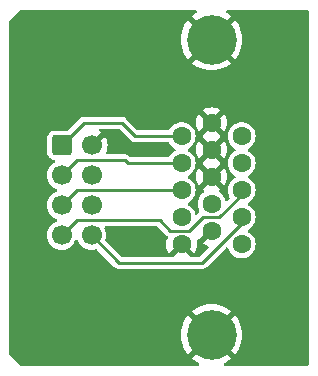
<source format=gbr>
%TF.GenerationSoftware,KiCad,Pcbnew,7.0.6*%
%TF.CreationDate,2023-09-09T11:26:50-04:00*%
%TF.ProjectId,AppleVGA-Connector,4170706c-6556-4474-912d-436f6e6e6563,A*%
%TF.SameCoordinates,Original*%
%TF.FileFunction,Copper,L1,Top*%
%TF.FilePolarity,Positive*%
%FSLAX46Y46*%
G04 Gerber Fmt 4.6, Leading zero omitted, Abs format (unit mm)*
G04 Created by KiCad (PCBNEW 7.0.6) date 2023-09-09 11:26:50*
%MOMM*%
%LPD*%
G01*
G04 APERTURE LIST*
G04 Aperture macros list*
%AMRoundRect*
0 Rectangle with rounded corners*
0 $1 Rounding radius*
0 $2 $3 $4 $5 $6 $7 $8 $9 X,Y pos of 4 corners*
0 Add a 4 corners polygon primitive as box body*
4,1,4,$2,$3,$4,$5,$6,$7,$8,$9,$2,$3,0*
0 Add four circle primitives for the rounded corners*
1,1,$1+$1,$2,$3*
1,1,$1+$1,$4,$5*
1,1,$1+$1,$6,$7*
1,1,$1+$1,$8,$9*
0 Add four rect primitives between the rounded corners*
20,1,$1+$1,$2,$3,$4,$5,0*
20,1,$1+$1,$4,$5,$6,$7,0*
20,1,$1+$1,$6,$7,$8,$9,0*
20,1,$1+$1,$8,$9,$2,$3,0*%
G04 Aperture macros list end*
%TA.AperFunction,ComponentPad*%
%ADD10C,4.200000*%
%TD*%
%TA.AperFunction,ComponentPad*%
%ADD11C,1.600000*%
%TD*%
%TA.AperFunction,ComponentPad*%
%ADD12RoundRect,0.250000X-0.600000X-0.600000X0.600000X-0.600000X0.600000X0.600000X-0.600000X0.600000X0*%
%TD*%
%TA.AperFunction,ComponentPad*%
%ADD13C,1.700000*%
%TD*%
%TA.AperFunction,Conductor*%
%ADD14C,0.250000*%
%TD*%
%TA.AperFunction,Conductor*%
%ADD15C,0.254000*%
%TD*%
G04 APERTURE END LIST*
D10*
%TO.P,J2,0*%
%TO.N,/GND*%
X144780000Y-116386000D03*
X144780000Y-91386000D03*
D11*
%TO.P,J2,1*%
%TO.N,R*%
X142240000Y-99568000D03*
%TO.P,J2,2*%
%TO.N,G*%
X142240000Y-101854000D03*
%TO.P,J2,3*%
%TO.N,B*%
X142240000Y-104140000D03*
%TO.P,J2,4*%
%TO.N,unconnected-(J2-Pad4)*%
X142240000Y-106426000D03*
%TO.P,J2,5*%
%TO.N,/GND*%
X142240000Y-108712000D03*
%TO.P,J2,6*%
X144780000Y-98425000D03*
%TO.P,J2,7*%
X144780000Y-100711000D03*
%TO.P,J2,8*%
X144780000Y-102997000D03*
%TO.P,J2,9*%
%TO.N,unconnected-(J2-Pad9)*%
X144780000Y-105283000D03*
%TO.P,J2,10*%
%TO.N,/GND*%
X144780000Y-107569000D03*
%TO.P,J2,11*%
%TO.N,unconnected-(J2-Pad11)*%
X147320000Y-99568000D03*
%TO.P,J2,12*%
%TO.N,unconnected-(J2-Pad12)*%
X147320000Y-101854000D03*
%TO.P,J2,13*%
%TO.N,HSYNC*%
X147320000Y-104140000D03*
%TO.P,J2,14*%
%TO.N,VSYNC*%
X147320000Y-106426000D03*
%TO.P,J2,15*%
%TO.N,unconnected-(J2-Pad15)*%
X147320000Y-108712000D03*
%TD*%
D12*
%TO.P,J1,1,Pin_1*%
%TO.N,R*%
X132080000Y-100330000D03*
D13*
%TO.P,J1,2,Pin_2*%
%TO.N,/GND*%
X134620000Y-100330000D03*
%TO.P,J1,3,Pin_3*%
%TO.N,G*%
X132080000Y-102870000D03*
%TO.P,J1,4,Pin_4*%
%TO.N,/GND*%
X134620000Y-102870000D03*
%TO.P,J1,5,Pin_5*%
%TO.N,B*%
X132080000Y-105410000D03*
%TO.P,J1,6,Pin_6*%
%TO.N,/GND*%
X134620000Y-105410000D03*
%TO.P,J1,7,Pin_7*%
%TO.N,HSYNC*%
X132080000Y-107950000D03*
%TO.P,J1,8,Pin_8*%
%TO.N,VSYNC*%
X134620000Y-107950000D03*
%TD*%
D14*
%TO.N,R*%
X138303000Y-99568000D02*
X142240000Y-99568000D01*
X133985000Y-98425000D02*
X137160000Y-98425000D01*
X137160000Y-98425000D02*
X138303000Y-99568000D01*
X132080000Y-100330000D02*
X133985000Y-98425000D01*
%TO.N,G*%
X132080000Y-102870000D02*
X133350000Y-101600000D01*
X133350000Y-101600000D02*
X137414000Y-101600000D01*
X137414000Y-101600000D02*
X137668000Y-101854000D01*
X137668000Y-101854000D02*
X142240000Y-101854000D01*
D15*
%TO.N,B*%
X132080000Y-105410000D02*
X133350000Y-104140000D01*
X133350000Y-104140000D02*
X142240000Y-104140000D01*
%TO.N,VSYNC*%
X143967200Y-110283600D02*
X147320000Y-106930800D01*
X136953600Y-110283600D02*
X143967200Y-110283600D01*
X134620000Y-107950000D02*
X136953600Y-110283600D01*
%TO.N,HSYNC*%
X140385800Y-106680000D02*
X141274800Y-107569000D01*
X132080000Y-107950000D02*
X133350000Y-106680000D01*
X144043400Y-106426000D02*
X145440400Y-106426000D01*
X133350000Y-106680000D02*
X140385800Y-106680000D01*
X142900400Y-107569000D02*
X144043400Y-106426000D01*
X145440400Y-106426000D02*
X147320000Y-104546400D01*
X141274800Y-107569000D02*
X142900400Y-107569000D01*
%TD*%
%TA.AperFunction,Conductor*%
%TO.N,/GND*%
G36*
X140190849Y-107208185D02*
G01*
X140211491Y-107224819D01*
X140867153Y-107880481D01*
X140883787Y-107901121D01*
X140886550Y-107905421D01*
X140886551Y-107905422D01*
X140926403Y-107939954D01*
X140929643Y-107942971D01*
X140940952Y-107954280D01*
X140953769Y-107963874D01*
X140957204Y-107966643D01*
X140997057Y-108001176D01*
X140998791Y-108001967D01*
X141000232Y-108003216D01*
X141004517Y-108005970D01*
X141004121Y-108006585D01*
X141051596Y-108047718D01*
X141071285Y-108114756D01*
X141059667Y-108167168D01*
X141013735Y-108265668D01*
X141013730Y-108265682D01*
X140954860Y-108485389D01*
X140954858Y-108485400D01*
X140935034Y-108711997D01*
X140935034Y-108712002D01*
X140954858Y-108938599D01*
X140954860Y-108938610D01*
X141013730Y-109158317D01*
X141013734Y-109158326D01*
X141109865Y-109364481D01*
X141109866Y-109364483D01*
X141160973Y-109437471D01*
X141160973Y-109437472D01*
X141677226Y-108921218D01*
X141715901Y-109014588D01*
X141812075Y-109139925D01*
X141937412Y-109236099D01*
X142030779Y-109274772D01*
X141566773Y-109738781D01*
X141505450Y-109772266D01*
X141479092Y-109775100D01*
X137215590Y-109775100D01*
X137148551Y-109755415D01*
X137127909Y-109738781D01*
X135828108Y-108438980D01*
X135794623Y-108377657D01*
X135796014Y-108319206D01*
X135837423Y-108164665D01*
X135856204Y-107950000D01*
X135837423Y-107735335D01*
X135781652Y-107527193D01*
X135705974Y-107364903D01*
X135695483Y-107295828D01*
X135724003Y-107232044D01*
X135782479Y-107193804D01*
X135818357Y-107188500D01*
X140123810Y-107188500D01*
X140190849Y-107208185D01*
G37*
%TD.AperFunction*%
%TA.AperFunction,Conductor*%
G36*
X144255901Y-107871588D02*
G01*
X144352075Y-107996925D01*
X144477412Y-108093099D01*
X144570778Y-108131772D01*
X144054526Y-108648025D01*
X144054526Y-108648026D01*
X144127512Y-108699131D01*
X144127516Y-108699133D01*
X144333673Y-108795265D01*
X144333682Y-108795269D01*
X144443841Y-108824786D01*
X144503502Y-108861151D01*
X144534031Y-108923998D01*
X144525736Y-108993373D01*
X144499429Y-109032242D01*
X143792891Y-109738781D01*
X143731568Y-109772266D01*
X143705210Y-109775100D01*
X143000908Y-109775100D01*
X142933869Y-109755415D01*
X142913227Y-109738781D01*
X142449220Y-109274772D01*
X142542588Y-109236099D01*
X142667925Y-109139925D01*
X142764099Y-109014589D01*
X142802773Y-108921220D01*
X143319025Y-109437472D01*
X143370136Y-109364478D01*
X143466264Y-109158331D01*
X143466269Y-109158317D01*
X143525139Y-108938610D01*
X143525141Y-108938599D01*
X143544966Y-108712002D01*
X143544966Y-108711997D01*
X143525141Y-108485400D01*
X143525140Y-108485393D01*
X143514368Y-108445192D01*
X143516031Y-108375342D01*
X143555193Y-108317480D01*
X143619421Y-108289975D01*
X143644951Y-108289570D01*
X143700974Y-108294471D01*
X144217226Y-107778218D01*
X144255901Y-107871588D01*
G37*
%TD.AperFunction*%
%TA.AperFunction,Conductor*%
G36*
X136965878Y-98951185D02*
G01*
X136986520Y-98967819D01*
X137896919Y-99878218D01*
X137913551Y-99898856D01*
X137916274Y-99903094D01*
X137916276Y-99903096D01*
X137955965Y-99937487D01*
X137959192Y-99940491D01*
X137970463Y-99951762D01*
X137983238Y-99961325D01*
X137986647Y-99964073D01*
X138026350Y-99998476D01*
X138030932Y-100000568D01*
X138053732Y-100014096D01*
X138057765Y-100017115D01*
X138106984Y-100035472D01*
X138111046Y-100037154D01*
X138158835Y-100058980D01*
X138163819Y-100059696D01*
X138189506Y-100066252D01*
X138194229Y-100068014D01*
X138246637Y-100071761D01*
X138250988Y-100072229D01*
X138266778Y-100074500D01*
X138282704Y-100074500D01*
X138287126Y-100074657D01*
X138295788Y-100075277D01*
X138339501Y-100078404D01*
X138339502Y-100078403D01*
X138339505Y-100078404D01*
X138344423Y-100077334D01*
X138370782Y-100074500D01*
X141095559Y-100074500D01*
X141162598Y-100094185D01*
X141206559Y-100143229D01*
X141231165Y-100192644D01*
X141363120Y-100367382D01*
X141524937Y-100514897D01*
X141671384Y-100605573D01*
X141718019Y-100657601D01*
X141729123Y-100726583D01*
X141701170Y-100790617D01*
X141671385Y-100816425D01*
X141611816Y-100853309D01*
X141524941Y-100907100D01*
X141524939Y-100907101D01*
X141524937Y-100907103D01*
X141363120Y-101054618D01*
X141331809Y-101096081D01*
X141231164Y-101229357D01*
X141206559Y-101278771D01*
X141159057Y-101330008D01*
X141095559Y-101347500D01*
X137929161Y-101347500D01*
X137862122Y-101327815D01*
X137841480Y-101311181D01*
X137820080Y-101289781D01*
X137803445Y-101269138D01*
X137800725Y-101264905D01*
X137800721Y-101264901D01*
X137761033Y-101230511D01*
X137757805Y-101227506D01*
X137746537Y-101216238D01*
X137746535Y-101216237D01*
X137746531Y-101216233D01*
X137733795Y-101206699D01*
X137730347Y-101203921D01*
X137690654Y-101169527D01*
X137690652Y-101169525D01*
X137690650Y-101169524D01*
X137686062Y-101167428D01*
X137663268Y-101153904D01*
X137659238Y-101150887D01*
X137659237Y-101150886D01*
X137659235Y-101150885D01*
X137655195Y-101149378D01*
X137610022Y-101132528D01*
X137605933Y-101130835D01*
X137601791Y-101128943D01*
X137558165Y-101109020D01*
X137558163Y-101109019D01*
X137558162Y-101109019D01*
X137558159Y-101109018D01*
X137553166Y-101108300D01*
X137527505Y-101101751D01*
X137522774Y-101099987D01*
X137522773Y-101099986D01*
X137522771Y-101099986D01*
X137518395Y-101099673D01*
X137470381Y-101096238D01*
X137465983Y-101095765D01*
X137450222Y-101093500D01*
X137434296Y-101093500D01*
X137429873Y-101093342D01*
X137421211Y-101092722D01*
X137377499Y-101089596D01*
X137377493Y-101089596D01*
X137374073Y-101090340D01*
X137372575Y-101090666D01*
X137346219Y-101093500D01*
X135948175Y-101093500D01*
X135881136Y-101073815D01*
X135835381Y-101021011D01*
X135825437Y-100951853D01*
X135835793Y-100917095D01*
X135893429Y-100793492D01*
X135893433Y-100793483D01*
X135954567Y-100565326D01*
X135954569Y-100565315D01*
X135975157Y-100330001D01*
X135975157Y-100329998D01*
X135954569Y-100094684D01*
X135954567Y-100094673D01*
X135893433Y-99866516D01*
X135893429Y-99866507D01*
X135793600Y-99652423D01*
X135793599Y-99652421D01*
X135734925Y-99568626D01*
X135734925Y-99568625D01*
X135103076Y-100200474D01*
X135079493Y-100120156D01*
X135001761Y-99999202D01*
X134893100Y-99905048D01*
X134762315Y-99845320D01*
X134752532Y-99843913D01*
X135381373Y-99215073D01*
X135381373Y-99215072D01*
X135298543Y-99157075D01*
X135254918Y-99102499D01*
X135247724Y-99033000D01*
X135279246Y-98970645D01*
X135339476Y-98935231D01*
X135369666Y-98931500D01*
X136898839Y-98931500D01*
X136965878Y-98951185D01*
G37*
%TD.AperFunction*%
%TA.AperFunction,Conductor*%
G36*
X143488020Y-88920185D02*
G01*
X143533775Y-88972989D01*
X143543719Y-89042147D01*
X143514694Y-89105703D01*
X143485130Y-89130617D01*
X143300340Y-89242325D01*
X143300325Y-89242335D01*
X143126261Y-89378706D01*
X143126261Y-89378707D01*
X143835820Y-90088266D01*
X143645130Y-90251130D01*
X143482266Y-90441820D01*
X142772707Y-89732261D01*
X142772706Y-89732261D01*
X142636335Y-89906325D01*
X142636330Y-89906333D01*
X142473606Y-90175513D01*
X142473605Y-90175515D01*
X142344512Y-90462349D01*
X142344508Y-90462360D01*
X142250936Y-90762642D01*
X142194239Y-91072036D01*
X142175248Y-91386000D01*
X142194239Y-91699963D01*
X142250936Y-92009357D01*
X142344508Y-92309639D01*
X142344512Y-92309650D01*
X142473605Y-92596484D01*
X142473606Y-92596486D01*
X142636330Y-92865666D01*
X142636336Y-92865674D01*
X142772707Y-93039737D01*
X143482265Y-92330178D01*
X143645130Y-92520870D01*
X143835819Y-92683733D01*
X143126261Y-93393291D01*
X143126261Y-93393292D01*
X143300325Y-93529663D01*
X143300333Y-93529669D01*
X143569513Y-93692393D01*
X143569515Y-93692394D01*
X143856349Y-93821487D01*
X143856360Y-93821491D01*
X144156642Y-93915063D01*
X144466036Y-93971760D01*
X144780000Y-93990751D01*
X145093963Y-93971760D01*
X145403357Y-93915063D01*
X145703639Y-93821491D01*
X145703650Y-93821487D01*
X145990484Y-93692394D01*
X145990486Y-93692393D01*
X146259666Y-93529669D01*
X146259676Y-93529661D01*
X146433737Y-93393291D01*
X145724180Y-92683733D01*
X145914870Y-92520870D01*
X146077733Y-92330180D01*
X146787291Y-93039737D01*
X146923661Y-92865676D01*
X146923669Y-92865666D01*
X147086393Y-92596486D01*
X147086394Y-92596484D01*
X147215487Y-92309650D01*
X147215491Y-92309639D01*
X147309063Y-92009357D01*
X147365760Y-91699963D01*
X147384751Y-91386000D01*
X147365760Y-91072036D01*
X147309063Y-90762642D01*
X147215491Y-90462360D01*
X147215487Y-90462349D01*
X147086394Y-90175515D01*
X147086393Y-90175513D01*
X146923669Y-89906333D01*
X146923663Y-89906325D01*
X146787291Y-89732261D01*
X146077733Y-90441819D01*
X145914870Y-90251130D01*
X145724179Y-90088265D01*
X146433737Y-89378707D01*
X146433737Y-89378706D01*
X146259674Y-89242336D01*
X146259666Y-89242330D01*
X146074869Y-89130617D01*
X146027682Y-89079089D01*
X146015843Y-89010230D01*
X146043112Y-88945901D01*
X146100830Y-88906527D01*
X146139019Y-88900500D01*
X152910500Y-88900500D01*
X152977539Y-88920185D01*
X153023294Y-88972989D01*
X153034500Y-89024500D01*
X153034500Y-118855501D01*
X153014815Y-118922540D01*
X152962011Y-118968295D01*
X152910500Y-118979501D01*
X145930212Y-118979501D01*
X145863173Y-118959816D01*
X145817418Y-118907012D01*
X145807474Y-118837854D01*
X145836499Y-118774298D01*
X145879321Y-118742425D01*
X145990484Y-118692394D01*
X145990486Y-118692393D01*
X146259666Y-118529669D01*
X146259676Y-118529661D01*
X146433737Y-118393291D01*
X145724180Y-117683733D01*
X145914870Y-117520870D01*
X146077733Y-117330179D01*
X146787291Y-118039737D01*
X146923661Y-117865676D01*
X146923669Y-117865666D01*
X147086393Y-117596486D01*
X147086394Y-117596484D01*
X147215487Y-117309650D01*
X147215491Y-117309639D01*
X147309063Y-117009357D01*
X147365760Y-116699963D01*
X147384751Y-116386000D01*
X147365760Y-116072036D01*
X147309063Y-115762642D01*
X147215491Y-115462360D01*
X147215487Y-115462349D01*
X147086394Y-115175515D01*
X147086393Y-115175513D01*
X146923669Y-114906333D01*
X146923663Y-114906325D01*
X146787291Y-114732261D01*
X146077732Y-115441818D01*
X145914870Y-115251130D01*
X145724179Y-115088265D01*
X146433737Y-114378707D01*
X146433737Y-114378706D01*
X146259674Y-114242336D01*
X146259666Y-114242330D01*
X145990486Y-114079606D01*
X145990484Y-114079605D01*
X145703650Y-113950512D01*
X145703639Y-113950508D01*
X145403357Y-113856936D01*
X145093963Y-113800239D01*
X144780000Y-113781248D01*
X144466036Y-113800239D01*
X144156642Y-113856936D01*
X143856360Y-113950508D01*
X143856349Y-113950512D01*
X143569515Y-114079605D01*
X143569513Y-114079606D01*
X143300333Y-114242330D01*
X143300325Y-114242335D01*
X143126261Y-114378706D01*
X143126261Y-114378707D01*
X143835820Y-115088266D01*
X143645130Y-115251130D01*
X143482266Y-115441819D01*
X142772707Y-114732261D01*
X142772706Y-114732261D01*
X142636335Y-114906325D01*
X142636330Y-114906333D01*
X142473606Y-115175513D01*
X142473605Y-115175515D01*
X142344512Y-115462349D01*
X142344508Y-115462360D01*
X142250936Y-115762642D01*
X142194239Y-116072036D01*
X142175248Y-116386000D01*
X142194239Y-116699963D01*
X142250936Y-117009357D01*
X142344508Y-117309639D01*
X142344512Y-117309650D01*
X142473605Y-117596484D01*
X142473606Y-117596486D01*
X142636330Y-117865666D01*
X142636336Y-117865674D01*
X142772707Y-118039737D01*
X143482265Y-117330179D01*
X143645130Y-117520870D01*
X143835819Y-117683733D01*
X143126261Y-118393291D01*
X143126261Y-118393292D01*
X143300325Y-118529663D01*
X143300333Y-118529669D01*
X143569513Y-118692393D01*
X143569515Y-118692394D01*
X143680679Y-118742425D01*
X143733733Y-118787889D01*
X143753786Y-118854819D01*
X143734470Y-118921966D01*
X143681919Y-118968011D01*
X143629788Y-118979501D01*
X128584595Y-118979501D01*
X128517556Y-118959816D01*
X128496914Y-118943182D01*
X127671819Y-118118086D01*
X127638334Y-118056763D01*
X127635500Y-118030405D01*
X127635500Y-107950000D01*
X130843796Y-107950000D01*
X130862576Y-108164660D01*
X130862578Y-108164670D01*
X130918345Y-108372799D01*
X130918347Y-108372803D01*
X130918348Y-108372807D01*
X130939248Y-108417626D01*
X131009415Y-108568101D01*
X131009416Y-108568103D01*
X131133009Y-108744612D01*
X131133014Y-108744618D01*
X131285381Y-108896985D01*
X131285387Y-108896990D01*
X131461896Y-109020583D01*
X131461898Y-109020584D01*
X131657193Y-109111652D01*
X131865335Y-109167423D01*
X132037066Y-109182447D01*
X132079999Y-109186204D01*
X132080000Y-109186204D01*
X132080001Y-109186204D01*
X132115777Y-109183073D01*
X132294665Y-109167423D01*
X132502807Y-109111652D01*
X132698102Y-109020584D01*
X132874617Y-108896987D01*
X133026987Y-108744617D01*
X133150584Y-108568102D01*
X133237619Y-108381455D01*
X133283789Y-108329018D01*
X133350982Y-108309866D01*
X133417863Y-108330081D01*
X133462381Y-108381457D01*
X133549415Y-108568101D01*
X133549416Y-108568103D01*
X133673009Y-108744612D01*
X133673014Y-108744618D01*
X133825381Y-108896985D01*
X133825387Y-108896990D01*
X134001896Y-109020583D01*
X134001898Y-109020584D01*
X134197193Y-109111652D01*
X134405335Y-109167423D01*
X134577066Y-109182447D01*
X134619999Y-109186204D01*
X134620000Y-109186204D01*
X134620001Y-109186204D01*
X134655777Y-109183073D01*
X134834665Y-109167423D01*
X134989206Y-109126014D01*
X135059055Y-109127677D01*
X135108980Y-109158108D01*
X136545953Y-110595081D01*
X136562587Y-110615721D01*
X136565350Y-110620021D01*
X136565351Y-110620022D01*
X136605203Y-110654554D01*
X136608441Y-110657569D01*
X136619752Y-110668880D01*
X136632569Y-110678474D01*
X136636004Y-110681243D01*
X136675857Y-110715776D01*
X136680499Y-110717895D01*
X136703302Y-110731424D01*
X136707396Y-110734489D01*
X136756822Y-110752924D01*
X136760896Y-110754611D01*
X136789424Y-110767640D01*
X136808861Y-110776517D01*
X136808866Y-110776519D01*
X136813920Y-110777245D01*
X136839610Y-110783802D01*
X136844400Y-110785589D01*
X136897016Y-110789351D01*
X136901377Y-110789820D01*
X136917232Y-110792100D01*
X136933225Y-110792100D01*
X136937647Y-110792257D01*
X136990249Y-110796020D01*
X136993684Y-110795272D01*
X136995242Y-110794934D01*
X137021599Y-110792100D01*
X143899201Y-110792100D01*
X143925558Y-110794934D01*
X143928293Y-110795528D01*
X143930551Y-110796020D01*
X143983153Y-110792257D01*
X143987576Y-110792100D01*
X144003567Y-110792100D01*
X144003568Y-110792100D01*
X144019395Y-110789823D01*
X144023785Y-110789351D01*
X144076401Y-110785589D01*
X144081195Y-110783800D01*
X144106879Y-110777245D01*
X144111934Y-110776519D01*
X144159918Y-110754604D01*
X144163976Y-110752924D01*
X144213404Y-110734489D01*
X144217492Y-110731427D01*
X144240298Y-110717897D01*
X144240305Y-110717894D01*
X144244943Y-110715776D01*
X144284802Y-110681236D01*
X144288245Y-110678463D01*
X144301048Y-110668880D01*
X144312373Y-110657553D01*
X144315577Y-110654569D01*
X144355450Y-110620021D01*
X144358212Y-110615722D01*
X144374842Y-110595084D01*
X145979245Y-108990681D01*
X146040566Y-108957198D01*
X146110258Y-108962182D01*
X146166191Y-109004054D01*
X146186190Y-109044429D01*
X146213563Y-109140633D01*
X146213567Y-109140642D01*
X146311159Y-109336634D01*
X146311166Y-109336646D01*
X146332184Y-109364478D01*
X146443120Y-109511382D01*
X146604937Y-109658897D01*
X146791104Y-109774167D01*
X146791105Y-109774167D01*
X146791106Y-109774168D01*
X146793512Y-109775100D01*
X146995282Y-109853266D01*
X147210518Y-109893500D01*
X147210521Y-109893500D01*
X147429479Y-109893500D01*
X147429482Y-109893500D01*
X147644718Y-109853266D01*
X147848896Y-109774167D01*
X148035063Y-109658897D01*
X148196880Y-109511382D01*
X148328835Y-109336644D01*
X148426436Y-109140636D01*
X148486359Y-108930030D01*
X148506562Y-108712000D01*
X148486359Y-108493970D01*
X148426436Y-108283364D01*
X148342479Y-108114756D01*
X148328840Y-108087365D01*
X148328833Y-108087353D01*
X148298902Y-108047718D01*
X148196880Y-107912618D01*
X148035063Y-107765103D01*
X148035057Y-107765099D01*
X148035054Y-107765097D01*
X147955445Y-107715805D01*
X147888615Y-107674426D01*
X147841980Y-107622399D01*
X147830876Y-107553418D01*
X147858829Y-107489383D01*
X147888614Y-107463574D01*
X148035063Y-107372897D01*
X148196880Y-107225382D01*
X148328835Y-107050644D01*
X148426436Y-106854636D01*
X148486359Y-106644030D01*
X148506562Y-106426000D01*
X148486359Y-106207970D01*
X148426436Y-105997364D01*
X148345564Y-105834952D01*
X148328840Y-105801365D01*
X148328833Y-105801353D01*
X148283104Y-105740798D01*
X148196880Y-105626618D01*
X148035063Y-105479103D01*
X148035057Y-105479099D01*
X148035054Y-105479097D01*
X147955445Y-105429805D01*
X147888615Y-105388426D01*
X147841980Y-105336399D01*
X147830876Y-105267418D01*
X147858829Y-105203383D01*
X147888614Y-105177574D01*
X148035063Y-105086897D01*
X148196880Y-104939382D01*
X148328835Y-104764644D01*
X148426436Y-104568636D01*
X148486359Y-104358030D01*
X148506562Y-104140000D01*
X148486359Y-103921970D01*
X148426436Y-103711364D01*
X148331695Y-103521099D01*
X148328840Y-103515365D01*
X148328833Y-103515353D01*
X148283328Y-103455095D01*
X148196880Y-103340618D01*
X148035063Y-103193103D01*
X147888615Y-103102426D01*
X147841980Y-103050398D01*
X147830876Y-102981416D01*
X147858829Y-102917382D01*
X147888610Y-102891576D01*
X148035063Y-102800897D01*
X148196880Y-102653382D01*
X148328835Y-102478644D01*
X148426436Y-102282636D01*
X148486359Y-102072030D01*
X148506562Y-101854000D01*
X148486359Y-101635970D01*
X148426436Y-101425364D01*
X148353441Y-101278771D01*
X148328840Y-101229365D01*
X148328833Y-101229353D01*
X148305638Y-101198638D01*
X148196880Y-101054618D01*
X148035063Y-100907103D01*
X148035057Y-100907099D01*
X148035054Y-100907097D01*
X147955445Y-100857805D01*
X147888615Y-100816426D01*
X147841980Y-100764399D01*
X147830876Y-100695418D01*
X147858829Y-100631383D01*
X147888614Y-100605574D01*
X148035063Y-100514897D01*
X148196880Y-100367382D01*
X148328835Y-100192644D01*
X148426436Y-99996636D01*
X148486359Y-99786030D01*
X148506562Y-99568000D01*
X148486359Y-99349970D01*
X148426436Y-99139364D01*
X148353441Y-98992771D01*
X148328840Y-98943365D01*
X148328833Y-98943353D01*
X148305638Y-98912638D01*
X148196880Y-98768618D01*
X148035063Y-98621103D01*
X147848896Y-98505833D01*
X147848894Y-98505832D01*
X147848893Y-98505831D01*
X147687974Y-98443491D01*
X147644718Y-98426734D01*
X147429482Y-98386500D01*
X147210518Y-98386500D01*
X146995282Y-98426734D01*
X146995279Y-98426734D01*
X146995279Y-98426735D01*
X146791106Y-98505831D01*
X146791105Y-98505832D01*
X146604941Y-98621100D01*
X146604939Y-98621101D01*
X146604937Y-98621103D01*
X146443120Y-98768618D01*
X146421729Y-98796943D01*
X146311166Y-98943353D01*
X146311159Y-98943365D01*
X146213567Y-99139357D01*
X146213563Y-99139366D01*
X146153640Y-99349970D01*
X146133438Y-99567999D01*
X146133438Y-99568000D01*
X146153640Y-99786029D01*
X146213563Y-99996633D01*
X146213567Y-99996642D01*
X146311159Y-100192634D01*
X146311166Y-100192646D01*
X146348677Y-100242318D01*
X146443120Y-100367382D01*
X146604937Y-100514897D01*
X146751384Y-100605573D01*
X146798019Y-100657601D01*
X146809123Y-100726583D01*
X146781170Y-100790617D01*
X146751385Y-100816425D01*
X146691816Y-100853309D01*
X146604941Y-100907100D01*
X146604939Y-100907101D01*
X146604937Y-100907103D01*
X146443120Y-101054618D01*
X146428623Y-101073815D01*
X146311166Y-101229353D01*
X146311159Y-101229365D01*
X146213567Y-101425357D01*
X146213563Y-101425366D01*
X146153640Y-101635970D01*
X146133438Y-101853999D01*
X146133438Y-101854000D01*
X146153640Y-102072029D01*
X146213563Y-102282633D01*
X146213567Y-102282642D01*
X146311159Y-102478634D01*
X146311166Y-102478646D01*
X146355752Y-102537687D01*
X146443120Y-102653382D01*
X146604937Y-102800897D01*
X146751384Y-102891573D01*
X146798019Y-102943601D01*
X146809123Y-103012583D01*
X146781170Y-103076617D01*
X146751385Y-103102425D01*
X146691816Y-103139309D01*
X146604941Y-103193100D01*
X146604939Y-103193101D01*
X146604937Y-103193103D01*
X146443120Y-103340618D01*
X146432501Y-103354680D01*
X146311166Y-103515353D01*
X146311159Y-103515365D01*
X146213567Y-103711357D01*
X146213563Y-103711366D01*
X146153640Y-103921970D01*
X146133438Y-104139999D01*
X146133438Y-104140000D01*
X146153640Y-104358029D01*
X146213563Y-104568633D01*
X146213567Y-104568642D01*
X146295151Y-104732486D01*
X146307412Y-104801271D01*
X146280539Y-104865766D01*
X146271832Y-104875438D01*
X146125673Y-105021597D01*
X146064350Y-105055082D01*
X145994658Y-105050098D01*
X145938725Y-105008226D01*
X145918726Y-104967851D01*
X145889680Y-104865766D01*
X145886436Y-104854364D01*
X145825748Y-104732486D01*
X145788840Y-104658365D01*
X145788833Y-104658353D01*
X145765638Y-104627638D01*
X145656880Y-104483618D01*
X145495063Y-104336103D01*
X145495050Y-104336095D01*
X145463461Y-104316535D01*
X145416826Y-104264507D01*
X145405723Y-104195525D01*
X145433677Y-104131491D01*
X145457617Y-104109534D01*
X145505472Y-104076025D01*
X144989220Y-103559772D01*
X145082588Y-103521099D01*
X145207925Y-103424925D01*
X145304099Y-103299589D01*
X145342773Y-103206220D01*
X145859025Y-103722472D01*
X145910136Y-103649478D01*
X146006264Y-103443331D01*
X146006269Y-103443317D01*
X146065139Y-103223610D01*
X146065141Y-103223599D01*
X146084966Y-102997002D01*
X146084966Y-102996997D01*
X146065141Y-102770400D01*
X146065139Y-102770389D01*
X146006269Y-102550682D01*
X146006265Y-102550673D01*
X145910133Y-102344516D01*
X145910131Y-102344512D01*
X145859026Y-102271526D01*
X145859025Y-102271526D01*
X145342772Y-102787779D01*
X145304099Y-102694412D01*
X145207925Y-102569075D01*
X145082588Y-102472901D01*
X144989219Y-102434226D01*
X145505471Y-101917974D01*
X145500820Y-101864813D01*
X145500820Y-101843196D01*
X145505472Y-101790025D01*
X144989220Y-101273772D01*
X145082588Y-101235099D01*
X145207925Y-101138925D01*
X145304099Y-101013589D01*
X145342773Y-100920220D01*
X145859025Y-101436472D01*
X145910136Y-101363478D01*
X146006264Y-101157331D01*
X146006269Y-101157317D01*
X146065139Y-100937610D01*
X146065141Y-100937599D01*
X146084966Y-100711002D01*
X146084966Y-100710997D01*
X146065141Y-100484400D01*
X146065139Y-100484389D01*
X146006269Y-100264682D01*
X146006265Y-100264673D01*
X145910133Y-100058516D01*
X145910131Y-100058512D01*
X145859026Y-99985526D01*
X145859025Y-99985526D01*
X145342772Y-100501779D01*
X145304099Y-100408412D01*
X145207925Y-100283075D01*
X145082588Y-100186901D01*
X144989219Y-100148226D01*
X145505471Y-99631974D01*
X145500820Y-99578813D01*
X145500820Y-99557196D01*
X145505472Y-99504025D01*
X144989220Y-98987772D01*
X145082588Y-98949099D01*
X145207925Y-98852925D01*
X145304099Y-98727589D01*
X145342773Y-98634220D01*
X145859025Y-99150472D01*
X145910136Y-99077478D01*
X146006264Y-98871331D01*
X146006269Y-98871317D01*
X146065139Y-98651610D01*
X146065141Y-98651599D01*
X146084966Y-98425002D01*
X146084966Y-98424997D01*
X146065141Y-98198400D01*
X146065139Y-98198389D01*
X146006269Y-97978682D01*
X146006265Y-97978673D01*
X145910133Y-97772516D01*
X145910131Y-97772512D01*
X145859026Y-97699526D01*
X145859025Y-97699526D01*
X145342772Y-98215779D01*
X145304099Y-98122412D01*
X145207925Y-97997075D01*
X145082588Y-97900901D01*
X144989219Y-97862226D01*
X145505472Y-97345974D01*
X145505471Y-97345973D01*
X145432483Y-97294866D01*
X145432481Y-97294865D01*
X145226326Y-97198734D01*
X145226317Y-97198730D01*
X145006610Y-97139860D01*
X145006599Y-97139858D01*
X144780002Y-97120034D01*
X144779998Y-97120034D01*
X144553400Y-97139858D01*
X144553389Y-97139860D01*
X144333682Y-97198730D01*
X144333673Y-97198734D01*
X144127513Y-97294868D01*
X144054527Y-97345972D01*
X144054526Y-97345973D01*
X144570780Y-97862226D01*
X144477412Y-97900901D01*
X144352075Y-97997075D01*
X144255901Y-98122411D01*
X144217227Y-98215779D01*
X143700973Y-97699526D01*
X143700972Y-97699527D01*
X143649868Y-97772513D01*
X143553734Y-97978673D01*
X143553730Y-97978682D01*
X143494860Y-98198389D01*
X143494858Y-98198400D01*
X143475034Y-98424997D01*
X143475034Y-98425002D01*
X143494858Y-98651599D01*
X143494860Y-98651610D01*
X143553730Y-98871317D01*
X143553734Y-98871326D01*
X143649865Y-99077481D01*
X143649866Y-99077483D01*
X143700973Y-99150471D01*
X143700974Y-99150472D01*
X144217226Y-98634219D01*
X144255901Y-98727588D01*
X144352075Y-98852925D01*
X144477412Y-98949099D01*
X144570779Y-98987772D01*
X144054526Y-99504025D01*
X144059178Y-99557197D01*
X144059178Y-99578812D01*
X144054526Y-99631973D01*
X144570780Y-100148226D01*
X144477412Y-100186901D01*
X144352075Y-100283075D01*
X144255901Y-100408411D01*
X144217227Y-100501779D01*
X143700973Y-99985526D01*
X143700972Y-99985527D01*
X143649868Y-100058513D01*
X143553734Y-100264673D01*
X143553730Y-100264682D01*
X143494860Y-100484389D01*
X143494858Y-100484400D01*
X143475034Y-100710997D01*
X143475034Y-100711002D01*
X143494858Y-100937599D01*
X143494860Y-100937610D01*
X143553730Y-101157317D01*
X143553734Y-101157326D01*
X143649865Y-101363481D01*
X143649866Y-101363483D01*
X143700973Y-101436471D01*
X143700974Y-101436472D01*
X144217226Y-100920219D01*
X144255901Y-101013588D01*
X144352075Y-101138925D01*
X144477412Y-101235099D01*
X144570779Y-101273772D01*
X144054526Y-101790025D01*
X144059178Y-101843197D01*
X144059178Y-101864812D01*
X144054526Y-101917973D01*
X144570780Y-102434226D01*
X144477412Y-102472901D01*
X144352075Y-102569075D01*
X144255901Y-102694411D01*
X144217226Y-102787779D01*
X143700973Y-102271526D01*
X143700972Y-102271527D01*
X143649868Y-102344513D01*
X143553734Y-102550673D01*
X143553730Y-102550682D01*
X143494860Y-102770389D01*
X143494858Y-102770400D01*
X143475034Y-102996997D01*
X143475034Y-102997002D01*
X143494858Y-103223599D01*
X143494860Y-103223610D01*
X143553730Y-103443317D01*
X143553734Y-103443326D01*
X143649865Y-103649481D01*
X143649866Y-103649483D01*
X143700973Y-103722471D01*
X143700974Y-103722472D01*
X144217226Y-103206219D01*
X144255901Y-103299588D01*
X144352075Y-103424925D01*
X144477412Y-103521099D01*
X144570779Y-103559772D01*
X144054526Y-104076025D01*
X144102381Y-104109533D01*
X144146007Y-104164110D01*
X144153201Y-104233608D01*
X144121679Y-104295963D01*
X144096539Y-104316534D01*
X144064947Y-104336095D01*
X144064942Y-104336099D01*
X144064938Y-104336101D01*
X144064937Y-104336103D01*
X143925727Y-104463009D01*
X143903121Y-104483617D01*
X143771166Y-104658353D01*
X143771159Y-104658365D01*
X143673567Y-104854357D01*
X143673563Y-104854366D01*
X143613640Y-105064970D01*
X143593438Y-105282999D01*
X143593438Y-105283000D01*
X143613640Y-105501029D01*
X143673563Y-105711633D01*
X143673567Y-105711642D01*
X143756611Y-105878418D01*
X143768872Y-105947203D01*
X143741999Y-106011698D01*
X143719929Y-106032951D01*
X143709544Y-106040725D01*
X143698231Y-106052038D01*
X143694996Y-106055050D01*
X143655152Y-106089577D01*
X143655145Y-106089584D01*
X143652384Y-106093881D01*
X143635755Y-106114515D01*
X143585673Y-106164597D01*
X143524350Y-106198082D01*
X143454658Y-106193098D01*
X143398725Y-106151226D01*
X143378726Y-106110851D01*
X143372675Y-106089584D01*
X143346436Y-105997364D01*
X143265564Y-105834952D01*
X143248840Y-105801365D01*
X143248833Y-105801353D01*
X143203104Y-105740798D01*
X143116880Y-105626618D01*
X142955063Y-105479103D01*
X142955057Y-105479099D01*
X142955054Y-105479097D01*
X142875445Y-105429805D01*
X142808615Y-105388426D01*
X142761980Y-105336399D01*
X142750876Y-105267418D01*
X142778829Y-105203383D01*
X142808614Y-105177574D01*
X142955063Y-105086897D01*
X143116880Y-104939382D01*
X143248835Y-104764644D01*
X143346436Y-104568636D01*
X143406359Y-104358030D01*
X143426562Y-104140000D01*
X143406359Y-103921970D01*
X143346436Y-103711364D01*
X143251695Y-103521099D01*
X143248840Y-103515365D01*
X143248833Y-103515353D01*
X143203328Y-103455095D01*
X143116880Y-103340618D01*
X142955063Y-103193103D01*
X142955057Y-103193099D01*
X142955054Y-103193097D01*
X142875445Y-103143805D01*
X142808615Y-103102426D01*
X142761980Y-103050399D01*
X142750876Y-102981418D01*
X142778829Y-102917383D01*
X142808614Y-102891574D01*
X142955063Y-102800897D01*
X143116880Y-102653382D01*
X143248835Y-102478644D01*
X143346436Y-102282636D01*
X143406359Y-102072030D01*
X143426562Y-101854000D01*
X143406359Y-101635970D01*
X143346436Y-101425364D01*
X143273441Y-101278771D01*
X143248840Y-101229365D01*
X143248833Y-101229353D01*
X143225638Y-101198638D01*
X143116880Y-101054618D01*
X142955063Y-100907103D01*
X142955057Y-100907099D01*
X142955054Y-100907097D01*
X142875445Y-100857805D01*
X142808615Y-100816426D01*
X142761980Y-100764399D01*
X142750876Y-100695418D01*
X142778829Y-100631383D01*
X142808614Y-100605574D01*
X142955063Y-100514897D01*
X143116880Y-100367382D01*
X143248835Y-100192644D01*
X143346436Y-99996636D01*
X143406359Y-99786030D01*
X143426562Y-99568000D01*
X143406359Y-99349970D01*
X143346436Y-99139364D01*
X143273441Y-98992771D01*
X143248840Y-98943365D01*
X143248833Y-98943353D01*
X143225638Y-98912638D01*
X143116880Y-98768618D01*
X142955063Y-98621103D01*
X142768896Y-98505833D01*
X142768894Y-98505832D01*
X142768893Y-98505831D01*
X142607974Y-98443491D01*
X142564718Y-98426734D01*
X142349482Y-98386500D01*
X142130518Y-98386500D01*
X141915282Y-98426734D01*
X141915279Y-98426734D01*
X141915279Y-98426735D01*
X141711106Y-98505831D01*
X141711105Y-98505832D01*
X141524941Y-98621100D01*
X141524939Y-98621101D01*
X141524937Y-98621103D01*
X141363120Y-98768618D01*
X141299455Y-98852925D01*
X141231164Y-98943357D01*
X141206559Y-98992771D01*
X141159057Y-99044008D01*
X141095559Y-99061500D01*
X138564161Y-99061500D01*
X138497122Y-99041815D01*
X138476480Y-99025181D01*
X137566080Y-98114781D01*
X137549445Y-98094138D01*
X137546725Y-98089905D01*
X137546721Y-98089901D01*
X137507033Y-98055511D01*
X137503805Y-98052506D01*
X137492537Y-98041238D01*
X137492535Y-98041237D01*
X137492531Y-98041233D01*
X137479795Y-98031699D01*
X137476347Y-98028921D01*
X137436654Y-97994527D01*
X137436652Y-97994525D01*
X137436650Y-97994524D01*
X137432062Y-97992428D01*
X137409268Y-97978904D01*
X137405238Y-97975887D01*
X137405237Y-97975886D01*
X137405235Y-97975885D01*
X137401195Y-97974378D01*
X137356022Y-97957528D01*
X137351933Y-97955835D01*
X137347791Y-97953943D01*
X137304165Y-97934020D01*
X137304163Y-97934019D01*
X137304162Y-97934019D01*
X137304159Y-97934018D01*
X137299166Y-97933300D01*
X137273505Y-97926751D01*
X137268774Y-97924987D01*
X137268773Y-97924986D01*
X137268771Y-97924986D01*
X137264395Y-97924673D01*
X137216381Y-97921238D01*
X137211983Y-97920765D01*
X137196222Y-97918500D01*
X137180296Y-97918500D01*
X137175873Y-97918342D01*
X137167211Y-97917722D01*
X137123499Y-97914596D01*
X137123493Y-97914596D01*
X137120073Y-97915340D01*
X137118575Y-97915666D01*
X137092219Y-97918500D01*
X134052781Y-97918500D01*
X134026424Y-97915666D01*
X134024127Y-97915166D01*
X134021506Y-97914596D01*
X134021500Y-97914596D01*
X133976293Y-97917829D01*
X133969126Y-97918342D01*
X133964704Y-97918500D01*
X133948775Y-97918500D01*
X133933016Y-97920765D01*
X133928619Y-97921238D01*
X133880985Y-97924645D01*
X133876229Y-97924986D01*
X133876228Y-97924986D01*
X133876219Y-97924988D01*
X133871496Y-97926750D01*
X133845834Y-97933300D01*
X133840840Y-97934018D01*
X133840834Y-97934020D01*
X133793050Y-97955841D01*
X133788962Y-97957534D01*
X133739765Y-97975884D01*
X133739763Y-97975885D01*
X133735717Y-97978914D01*
X133712943Y-97992426D01*
X133708348Y-97994524D01*
X133708347Y-97994525D01*
X133668665Y-98028908D01*
X133665225Y-98031680D01*
X133652461Y-98041237D01*
X133652460Y-98041237D01*
X133641186Y-98052511D01*
X133637951Y-98055523D01*
X133598275Y-98089904D01*
X133598274Y-98089905D01*
X133595552Y-98094141D01*
X133578922Y-98114776D01*
X132631520Y-99062181D01*
X132570197Y-99095666D01*
X132543839Y-99098500D01*
X131416227Y-99098500D01*
X131380430Y-99101317D01*
X131380419Y-99101319D01*
X131227212Y-99145830D01*
X131227206Y-99145832D01*
X131089875Y-99227049D01*
X131089867Y-99227055D01*
X130977055Y-99339867D01*
X130977049Y-99339875D01*
X130895832Y-99477206D01*
X130895830Y-99477212D01*
X130851319Y-99630419D01*
X130851317Y-99630430D01*
X130848500Y-99666227D01*
X130848500Y-100993773D01*
X130851317Y-101029569D01*
X130851319Y-101029580D01*
X130895830Y-101182787D01*
X130895832Y-101182793D01*
X130977049Y-101320124D01*
X130977055Y-101320132D01*
X131089867Y-101432944D01*
X131089871Y-101432947D01*
X131089873Y-101432949D01*
X131227208Y-101514168D01*
X131380426Y-101558682D01*
X131394196Y-101559765D01*
X131416222Y-101561500D01*
X131417713Y-101561558D01*
X131483931Y-101583851D01*
X131527584Y-101638405D01*
X131534813Y-101707900D01*
X131503323Y-101770271D01*
X131465273Y-101797841D01*
X131461904Y-101799411D01*
X131461896Y-101799416D01*
X131285387Y-101923009D01*
X131285381Y-101923014D01*
X131133014Y-102075381D01*
X131133009Y-102075387D01*
X131009416Y-102251896D01*
X131009415Y-102251898D01*
X130918349Y-102447191D01*
X130918345Y-102447200D01*
X130862578Y-102655329D01*
X130862576Y-102655339D01*
X130843796Y-102869999D01*
X130843796Y-102870000D01*
X130862576Y-103084660D01*
X130862578Y-103084670D01*
X130918345Y-103292799D01*
X130918347Y-103292803D01*
X130918348Y-103292807D01*
X130940643Y-103340618D01*
X131009415Y-103488101D01*
X131009416Y-103488103D01*
X131133009Y-103664612D01*
X131133014Y-103664618D01*
X131285381Y-103816985D01*
X131285387Y-103816990D01*
X131461896Y-103940583D01*
X131461898Y-103940584D01*
X131648542Y-104027618D01*
X131700981Y-104073790D01*
X131720133Y-104140984D01*
X131699917Y-104207865D01*
X131648542Y-104252382D01*
X131461898Y-104339415D01*
X131461896Y-104339416D01*
X131285387Y-104463009D01*
X131285381Y-104463014D01*
X131133014Y-104615381D01*
X131133009Y-104615387D01*
X131009416Y-104791896D01*
X131009415Y-104791898D01*
X130918349Y-104987191D01*
X130918345Y-104987200D01*
X130862578Y-105195329D01*
X130862576Y-105195339D01*
X130843796Y-105409999D01*
X130843796Y-105410000D01*
X130862576Y-105624660D01*
X130862578Y-105624670D01*
X130918345Y-105832799D01*
X130918347Y-105832803D01*
X130918348Y-105832807D01*
X130937316Y-105873483D01*
X131009415Y-106028101D01*
X131009416Y-106028103D01*
X131133009Y-106204612D01*
X131133014Y-106204618D01*
X131285381Y-106356985D01*
X131285387Y-106356990D01*
X131461896Y-106480583D01*
X131461898Y-106480584D01*
X131648542Y-106567618D01*
X131700981Y-106613790D01*
X131720133Y-106680984D01*
X131699917Y-106747865D01*
X131648542Y-106792382D01*
X131461898Y-106879415D01*
X131461896Y-106879416D01*
X131285387Y-107003009D01*
X131285381Y-107003014D01*
X131133014Y-107155381D01*
X131133009Y-107155387D01*
X131009416Y-107331896D01*
X131009415Y-107331898D01*
X130918349Y-107527191D01*
X130918345Y-107527200D01*
X130862578Y-107735329D01*
X130862576Y-107735339D01*
X130843796Y-107949999D01*
X130843796Y-107950000D01*
X127635500Y-107950000D01*
X127635500Y-89849594D01*
X127655185Y-89782555D01*
X127671819Y-89761913D01*
X128496913Y-88936819D01*
X128558236Y-88903334D01*
X128584594Y-88900500D01*
X143420981Y-88900500D01*
X143488020Y-88920185D01*
G37*
%TD.AperFunction*%
%TD*%
M02*

</source>
